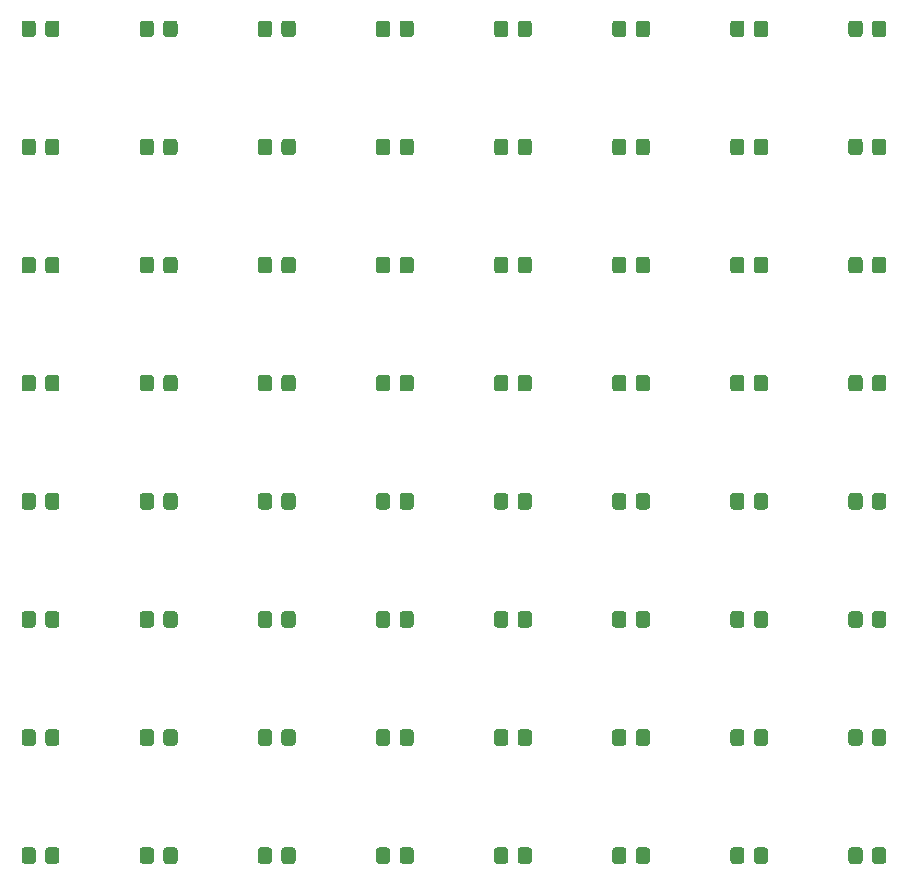
<source format=gbr>
%TF.GenerationSoftware,KiCad,Pcbnew,(5.1.9-0-10_14)*%
%TF.CreationDate,2022-01-06T22:40:05+01:00*%
%TF.ProjectId,8x8_supercomputer,3878385f-7375-4706-9572-636f6d707574,rev?*%
%TF.SameCoordinates,Original*%
%TF.FileFunction,Paste,Bot*%
%TF.FilePolarity,Positive*%
%FSLAX46Y46*%
G04 Gerber Fmt 4.6, Leading zero omitted, Abs format (unit mm)*
G04 Created by KiCad (PCBNEW (5.1.9-0-10_14)) date 2022-01-06 22:40:05*
%MOMM*%
%LPD*%
G01*
G04 APERTURE LIST*
G04 APERTURE END LIST*
%TO.C,R1*%
G36*
G01*
X75400000Y-78450001D02*
X75400000Y-77549999D01*
G75*
G02*
X75649999Y-77300000I249999J0D01*
G01*
X76350001Y-77300000D01*
G75*
G02*
X76600000Y-77549999I0J-249999D01*
G01*
X76600000Y-78450001D01*
G75*
G02*
X76350001Y-78700000I-249999J0D01*
G01*
X75649999Y-78700000D01*
G75*
G02*
X75400000Y-78450001I0J249999D01*
G01*
G37*
G36*
G01*
X73400000Y-78450001D02*
X73400000Y-77549999D01*
G75*
G02*
X73649999Y-77300000I249999J0D01*
G01*
X74350001Y-77300000D01*
G75*
G02*
X74600000Y-77549999I0J-249999D01*
G01*
X74600000Y-78450001D01*
G75*
G02*
X74350001Y-78700000I-249999J0D01*
G01*
X73649999Y-78700000D01*
G75*
G02*
X73400000Y-78450001I0J249999D01*
G01*
G37*
%TD*%
%TO.C,R1*%
G36*
G01*
X65400000Y-78450001D02*
X65400000Y-77549999D01*
G75*
G02*
X65649999Y-77300000I249999J0D01*
G01*
X66350001Y-77300000D01*
G75*
G02*
X66600000Y-77549999I0J-249999D01*
G01*
X66600000Y-78450001D01*
G75*
G02*
X66350001Y-78700000I-249999J0D01*
G01*
X65649999Y-78700000D01*
G75*
G02*
X65400000Y-78450001I0J249999D01*
G01*
G37*
G36*
G01*
X63400000Y-78450001D02*
X63400000Y-77549999D01*
G75*
G02*
X63649999Y-77300000I249999J0D01*
G01*
X64350001Y-77300000D01*
G75*
G02*
X64600000Y-77549999I0J-249999D01*
G01*
X64600000Y-78450001D01*
G75*
G02*
X64350001Y-78700000I-249999J0D01*
G01*
X63649999Y-78700000D01*
G75*
G02*
X63400000Y-78450001I0J249999D01*
G01*
G37*
%TD*%
%TO.C,R1*%
G36*
G01*
X55400000Y-78450001D02*
X55400000Y-77549999D01*
G75*
G02*
X55649999Y-77300000I249999J0D01*
G01*
X56350001Y-77300000D01*
G75*
G02*
X56600000Y-77549999I0J-249999D01*
G01*
X56600000Y-78450001D01*
G75*
G02*
X56350001Y-78700000I-249999J0D01*
G01*
X55649999Y-78700000D01*
G75*
G02*
X55400000Y-78450001I0J249999D01*
G01*
G37*
G36*
G01*
X53400000Y-78450001D02*
X53400000Y-77549999D01*
G75*
G02*
X53649999Y-77300000I249999J0D01*
G01*
X54350001Y-77300000D01*
G75*
G02*
X54600000Y-77549999I0J-249999D01*
G01*
X54600000Y-78450001D01*
G75*
G02*
X54350001Y-78700000I-249999J0D01*
G01*
X53649999Y-78700000D01*
G75*
G02*
X53400000Y-78450001I0J249999D01*
G01*
G37*
%TD*%
%TO.C,R1*%
G36*
G01*
X45400000Y-78450001D02*
X45400000Y-77549999D01*
G75*
G02*
X45649999Y-77300000I249999J0D01*
G01*
X46350001Y-77300000D01*
G75*
G02*
X46600000Y-77549999I0J-249999D01*
G01*
X46600000Y-78450001D01*
G75*
G02*
X46350001Y-78700000I-249999J0D01*
G01*
X45649999Y-78700000D01*
G75*
G02*
X45400000Y-78450001I0J249999D01*
G01*
G37*
G36*
G01*
X43400000Y-78450001D02*
X43400000Y-77549999D01*
G75*
G02*
X43649999Y-77300000I249999J0D01*
G01*
X44350001Y-77300000D01*
G75*
G02*
X44600000Y-77549999I0J-249999D01*
G01*
X44600000Y-78450001D01*
G75*
G02*
X44350001Y-78700000I-249999J0D01*
G01*
X43649999Y-78700000D01*
G75*
G02*
X43400000Y-78450001I0J249999D01*
G01*
G37*
%TD*%
%TO.C,R1*%
G36*
G01*
X35400000Y-78450001D02*
X35400000Y-77549999D01*
G75*
G02*
X35649999Y-77300000I249999J0D01*
G01*
X36350001Y-77300000D01*
G75*
G02*
X36600000Y-77549999I0J-249999D01*
G01*
X36600000Y-78450001D01*
G75*
G02*
X36350001Y-78700000I-249999J0D01*
G01*
X35649999Y-78700000D01*
G75*
G02*
X35400000Y-78450001I0J249999D01*
G01*
G37*
G36*
G01*
X33400000Y-78450001D02*
X33400000Y-77549999D01*
G75*
G02*
X33649999Y-77300000I249999J0D01*
G01*
X34350001Y-77300000D01*
G75*
G02*
X34600000Y-77549999I0J-249999D01*
G01*
X34600000Y-78450001D01*
G75*
G02*
X34350001Y-78700000I-249999J0D01*
G01*
X33649999Y-78700000D01*
G75*
G02*
X33400000Y-78450001I0J249999D01*
G01*
G37*
%TD*%
%TO.C,R1*%
G36*
G01*
X25400000Y-78450001D02*
X25400000Y-77549999D01*
G75*
G02*
X25649999Y-77300000I249999J0D01*
G01*
X26350001Y-77300000D01*
G75*
G02*
X26600000Y-77549999I0J-249999D01*
G01*
X26600000Y-78450001D01*
G75*
G02*
X26350001Y-78700000I-249999J0D01*
G01*
X25649999Y-78700000D01*
G75*
G02*
X25400000Y-78450001I0J249999D01*
G01*
G37*
G36*
G01*
X23400000Y-78450001D02*
X23400000Y-77549999D01*
G75*
G02*
X23649999Y-77300000I249999J0D01*
G01*
X24350001Y-77300000D01*
G75*
G02*
X24600000Y-77549999I0J-249999D01*
G01*
X24600000Y-78450001D01*
G75*
G02*
X24350001Y-78700000I-249999J0D01*
G01*
X23649999Y-78700000D01*
G75*
G02*
X23400000Y-78450001I0J249999D01*
G01*
G37*
%TD*%
%TO.C,R1*%
G36*
G01*
X15400000Y-78450001D02*
X15400000Y-77549999D01*
G75*
G02*
X15649999Y-77300000I249999J0D01*
G01*
X16350001Y-77300000D01*
G75*
G02*
X16600000Y-77549999I0J-249999D01*
G01*
X16600000Y-78450001D01*
G75*
G02*
X16350001Y-78700000I-249999J0D01*
G01*
X15649999Y-78700000D01*
G75*
G02*
X15400000Y-78450001I0J249999D01*
G01*
G37*
G36*
G01*
X13400000Y-78450001D02*
X13400000Y-77549999D01*
G75*
G02*
X13649999Y-77300000I249999J0D01*
G01*
X14350001Y-77300000D01*
G75*
G02*
X14600000Y-77549999I0J-249999D01*
G01*
X14600000Y-78450001D01*
G75*
G02*
X14350001Y-78700000I-249999J0D01*
G01*
X13649999Y-78700000D01*
G75*
G02*
X13400000Y-78450001I0J249999D01*
G01*
G37*
%TD*%
%TO.C,R1*%
G36*
G01*
X5400000Y-78450001D02*
X5400000Y-77549999D01*
G75*
G02*
X5649999Y-77300000I249999J0D01*
G01*
X6350001Y-77300000D01*
G75*
G02*
X6600000Y-77549999I0J-249999D01*
G01*
X6600000Y-78450001D01*
G75*
G02*
X6350001Y-78700000I-249999J0D01*
G01*
X5649999Y-78700000D01*
G75*
G02*
X5400000Y-78450001I0J249999D01*
G01*
G37*
G36*
G01*
X3400000Y-78450001D02*
X3400000Y-77549999D01*
G75*
G02*
X3649999Y-77300000I249999J0D01*
G01*
X4350001Y-77300000D01*
G75*
G02*
X4600000Y-77549999I0J-249999D01*
G01*
X4600000Y-78450001D01*
G75*
G02*
X4350001Y-78700000I-249999J0D01*
G01*
X3649999Y-78700000D01*
G75*
G02*
X3400000Y-78450001I0J249999D01*
G01*
G37*
%TD*%
%TO.C,R1*%
G36*
G01*
X75400000Y-68450001D02*
X75400000Y-67549999D01*
G75*
G02*
X75649999Y-67300000I249999J0D01*
G01*
X76350001Y-67300000D01*
G75*
G02*
X76600000Y-67549999I0J-249999D01*
G01*
X76600000Y-68450001D01*
G75*
G02*
X76350001Y-68700000I-249999J0D01*
G01*
X75649999Y-68700000D01*
G75*
G02*
X75400000Y-68450001I0J249999D01*
G01*
G37*
G36*
G01*
X73400000Y-68450001D02*
X73400000Y-67549999D01*
G75*
G02*
X73649999Y-67300000I249999J0D01*
G01*
X74350001Y-67300000D01*
G75*
G02*
X74600000Y-67549999I0J-249999D01*
G01*
X74600000Y-68450001D01*
G75*
G02*
X74350001Y-68700000I-249999J0D01*
G01*
X73649999Y-68700000D01*
G75*
G02*
X73400000Y-68450001I0J249999D01*
G01*
G37*
%TD*%
%TO.C,R1*%
G36*
G01*
X65400000Y-68450001D02*
X65400000Y-67549999D01*
G75*
G02*
X65649999Y-67300000I249999J0D01*
G01*
X66350001Y-67300000D01*
G75*
G02*
X66600000Y-67549999I0J-249999D01*
G01*
X66600000Y-68450001D01*
G75*
G02*
X66350001Y-68700000I-249999J0D01*
G01*
X65649999Y-68700000D01*
G75*
G02*
X65400000Y-68450001I0J249999D01*
G01*
G37*
G36*
G01*
X63400000Y-68450001D02*
X63400000Y-67549999D01*
G75*
G02*
X63649999Y-67300000I249999J0D01*
G01*
X64350001Y-67300000D01*
G75*
G02*
X64600000Y-67549999I0J-249999D01*
G01*
X64600000Y-68450001D01*
G75*
G02*
X64350001Y-68700000I-249999J0D01*
G01*
X63649999Y-68700000D01*
G75*
G02*
X63400000Y-68450001I0J249999D01*
G01*
G37*
%TD*%
%TO.C,R1*%
G36*
G01*
X55400000Y-68450001D02*
X55400000Y-67549999D01*
G75*
G02*
X55649999Y-67300000I249999J0D01*
G01*
X56350001Y-67300000D01*
G75*
G02*
X56600000Y-67549999I0J-249999D01*
G01*
X56600000Y-68450001D01*
G75*
G02*
X56350001Y-68700000I-249999J0D01*
G01*
X55649999Y-68700000D01*
G75*
G02*
X55400000Y-68450001I0J249999D01*
G01*
G37*
G36*
G01*
X53400000Y-68450001D02*
X53400000Y-67549999D01*
G75*
G02*
X53649999Y-67300000I249999J0D01*
G01*
X54350001Y-67300000D01*
G75*
G02*
X54600000Y-67549999I0J-249999D01*
G01*
X54600000Y-68450001D01*
G75*
G02*
X54350001Y-68700000I-249999J0D01*
G01*
X53649999Y-68700000D01*
G75*
G02*
X53400000Y-68450001I0J249999D01*
G01*
G37*
%TD*%
%TO.C,R1*%
G36*
G01*
X45400000Y-68450001D02*
X45400000Y-67549999D01*
G75*
G02*
X45649999Y-67300000I249999J0D01*
G01*
X46350001Y-67300000D01*
G75*
G02*
X46600000Y-67549999I0J-249999D01*
G01*
X46600000Y-68450001D01*
G75*
G02*
X46350001Y-68700000I-249999J0D01*
G01*
X45649999Y-68700000D01*
G75*
G02*
X45400000Y-68450001I0J249999D01*
G01*
G37*
G36*
G01*
X43400000Y-68450001D02*
X43400000Y-67549999D01*
G75*
G02*
X43649999Y-67300000I249999J0D01*
G01*
X44350001Y-67300000D01*
G75*
G02*
X44600000Y-67549999I0J-249999D01*
G01*
X44600000Y-68450001D01*
G75*
G02*
X44350001Y-68700000I-249999J0D01*
G01*
X43649999Y-68700000D01*
G75*
G02*
X43400000Y-68450001I0J249999D01*
G01*
G37*
%TD*%
%TO.C,R1*%
G36*
G01*
X35400000Y-68450001D02*
X35400000Y-67549999D01*
G75*
G02*
X35649999Y-67300000I249999J0D01*
G01*
X36350001Y-67300000D01*
G75*
G02*
X36600000Y-67549999I0J-249999D01*
G01*
X36600000Y-68450001D01*
G75*
G02*
X36350001Y-68700000I-249999J0D01*
G01*
X35649999Y-68700000D01*
G75*
G02*
X35400000Y-68450001I0J249999D01*
G01*
G37*
G36*
G01*
X33400000Y-68450001D02*
X33400000Y-67549999D01*
G75*
G02*
X33649999Y-67300000I249999J0D01*
G01*
X34350001Y-67300000D01*
G75*
G02*
X34600000Y-67549999I0J-249999D01*
G01*
X34600000Y-68450001D01*
G75*
G02*
X34350001Y-68700000I-249999J0D01*
G01*
X33649999Y-68700000D01*
G75*
G02*
X33400000Y-68450001I0J249999D01*
G01*
G37*
%TD*%
%TO.C,R1*%
G36*
G01*
X25400000Y-68450001D02*
X25400000Y-67549999D01*
G75*
G02*
X25649999Y-67300000I249999J0D01*
G01*
X26350001Y-67300000D01*
G75*
G02*
X26600000Y-67549999I0J-249999D01*
G01*
X26600000Y-68450001D01*
G75*
G02*
X26350001Y-68700000I-249999J0D01*
G01*
X25649999Y-68700000D01*
G75*
G02*
X25400000Y-68450001I0J249999D01*
G01*
G37*
G36*
G01*
X23400000Y-68450001D02*
X23400000Y-67549999D01*
G75*
G02*
X23649999Y-67300000I249999J0D01*
G01*
X24350001Y-67300000D01*
G75*
G02*
X24600000Y-67549999I0J-249999D01*
G01*
X24600000Y-68450001D01*
G75*
G02*
X24350001Y-68700000I-249999J0D01*
G01*
X23649999Y-68700000D01*
G75*
G02*
X23400000Y-68450001I0J249999D01*
G01*
G37*
%TD*%
%TO.C,R1*%
G36*
G01*
X15400000Y-68450001D02*
X15400000Y-67549999D01*
G75*
G02*
X15649999Y-67300000I249999J0D01*
G01*
X16350001Y-67300000D01*
G75*
G02*
X16600000Y-67549999I0J-249999D01*
G01*
X16600000Y-68450001D01*
G75*
G02*
X16350001Y-68700000I-249999J0D01*
G01*
X15649999Y-68700000D01*
G75*
G02*
X15400000Y-68450001I0J249999D01*
G01*
G37*
G36*
G01*
X13400000Y-68450001D02*
X13400000Y-67549999D01*
G75*
G02*
X13649999Y-67300000I249999J0D01*
G01*
X14350001Y-67300000D01*
G75*
G02*
X14600000Y-67549999I0J-249999D01*
G01*
X14600000Y-68450001D01*
G75*
G02*
X14350001Y-68700000I-249999J0D01*
G01*
X13649999Y-68700000D01*
G75*
G02*
X13400000Y-68450001I0J249999D01*
G01*
G37*
%TD*%
%TO.C,R1*%
G36*
G01*
X5400000Y-68450001D02*
X5400000Y-67549999D01*
G75*
G02*
X5649999Y-67300000I249999J0D01*
G01*
X6350001Y-67300000D01*
G75*
G02*
X6600000Y-67549999I0J-249999D01*
G01*
X6600000Y-68450001D01*
G75*
G02*
X6350001Y-68700000I-249999J0D01*
G01*
X5649999Y-68700000D01*
G75*
G02*
X5400000Y-68450001I0J249999D01*
G01*
G37*
G36*
G01*
X3400000Y-68450001D02*
X3400000Y-67549999D01*
G75*
G02*
X3649999Y-67300000I249999J0D01*
G01*
X4350001Y-67300000D01*
G75*
G02*
X4600000Y-67549999I0J-249999D01*
G01*
X4600000Y-68450001D01*
G75*
G02*
X4350001Y-68700000I-249999J0D01*
G01*
X3649999Y-68700000D01*
G75*
G02*
X3400000Y-68450001I0J249999D01*
G01*
G37*
%TD*%
%TO.C,R1*%
G36*
G01*
X75400000Y-58450001D02*
X75400000Y-57549999D01*
G75*
G02*
X75649999Y-57300000I249999J0D01*
G01*
X76350001Y-57300000D01*
G75*
G02*
X76600000Y-57549999I0J-249999D01*
G01*
X76600000Y-58450001D01*
G75*
G02*
X76350001Y-58700000I-249999J0D01*
G01*
X75649999Y-58700000D01*
G75*
G02*
X75400000Y-58450001I0J249999D01*
G01*
G37*
G36*
G01*
X73400000Y-58450001D02*
X73400000Y-57549999D01*
G75*
G02*
X73649999Y-57300000I249999J0D01*
G01*
X74350001Y-57300000D01*
G75*
G02*
X74600000Y-57549999I0J-249999D01*
G01*
X74600000Y-58450001D01*
G75*
G02*
X74350001Y-58700000I-249999J0D01*
G01*
X73649999Y-58700000D01*
G75*
G02*
X73400000Y-58450001I0J249999D01*
G01*
G37*
%TD*%
%TO.C,R1*%
G36*
G01*
X65400000Y-58450001D02*
X65400000Y-57549999D01*
G75*
G02*
X65649999Y-57300000I249999J0D01*
G01*
X66350001Y-57300000D01*
G75*
G02*
X66600000Y-57549999I0J-249999D01*
G01*
X66600000Y-58450001D01*
G75*
G02*
X66350001Y-58700000I-249999J0D01*
G01*
X65649999Y-58700000D01*
G75*
G02*
X65400000Y-58450001I0J249999D01*
G01*
G37*
G36*
G01*
X63400000Y-58450001D02*
X63400000Y-57549999D01*
G75*
G02*
X63649999Y-57300000I249999J0D01*
G01*
X64350001Y-57300000D01*
G75*
G02*
X64600000Y-57549999I0J-249999D01*
G01*
X64600000Y-58450001D01*
G75*
G02*
X64350001Y-58700000I-249999J0D01*
G01*
X63649999Y-58700000D01*
G75*
G02*
X63400000Y-58450001I0J249999D01*
G01*
G37*
%TD*%
%TO.C,R1*%
G36*
G01*
X55400000Y-58450001D02*
X55400000Y-57549999D01*
G75*
G02*
X55649999Y-57300000I249999J0D01*
G01*
X56350001Y-57300000D01*
G75*
G02*
X56600000Y-57549999I0J-249999D01*
G01*
X56600000Y-58450001D01*
G75*
G02*
X56350001Y-58700000I-249999J0D01*
G01*
X55649999Y-58700000D01*
G75*
G02*
X55400000Y-58450001I0J249999D01*
G01*
G37*
G36*
G01*
X53400000Y-58450001D02*
X53400000Y-57549999D01*
G75*
G02*
X53649999Y-57300000I249999J0D01*
G01*
X54350001Y-57300000D01*
G75*
G02*
X54600000Y-57549999I0J-249999D01*
G01*
X54600000Y-58450001D01*
G75*
G02*
X54350001Y-58700000I-249999J0D01*
G01*
X53649999Y-58700000D01*
G75*
G02*
X53400000Y-58450001I0J249999D01*
G01*
G37*
%TD*%
%TO.C,R1*%
G36*
G01*
X45400000Y-58450001D02*
X45400000Y-57549999D01*
G75*
G02*
X45649999Y-57300000I249999J0D01*
G01*
X46350001Y-57300000D01*
G75*
G02*
X46600000Y-57549999I0J-249999D01*
G01*
X46600000Y-58450001D01*
G75*
G02*
X46350001Y-58700000I-249999J0D01*
G01*
X45649999Y-58700000D01*
G75*
G02*
X45400000Y-58450001I0J249999D01*
G01*
G37*
G36*
G01*
X43400000Y-58450001D02*
X43400000Y-57549999D01*
G75*
G02*
X43649999Y-57300000I249999J0D01*
G01*
X44350001Y-57300000D01*
G75*
G02*
X44600000Y-57549999I0J-249999D01*
G01*
X44600000Y-58450001D01*
G75*
G02*
X44350001Y-58700000I-249999J0D01*
G01*
X43649999Y-58700000D01*
G75*
G02*
X43400000Y-58450001I0J249999D01*
G01*
G37*
%TD*%
%TO.C,R1*%
G36*
G01*
X35400000Y-58450001D02*
X35400000Y-57549999D01*
G75*
G02*
X35649999Y-57300000I249999J0D01*
G01*
X36350001Y-57300000D01*
G75*
G02*
X36600000Y-57549999I0J-249999D01*
G01*
X36600000Y-58450001D01*
G75*
G02*
X36350001Y-58700000I-249999J0D01*
G01*
X35649999Y-58700000D01*
G75*
G02*
X35400000Y-58450001I0J249999D01*
G01*
G37*
G36*
G01*
X33400000Y-58450001D02*
X33400000Y-57549999D01*
G75*
G02*
X33649999Y-57300000I249999J0D01*
G01*
X34350001Y-57300000D01*
G75*
G02*
X34600000Y-57549999I0J-249999D01*
G01*
X34600000Y-58450001D01*
G75*
G02*
X34350001Y-58700000I-249999J0D01*
G01*
X33649999Y-58700000D01*
G75*
G02*
X33400000Y-58450001I0J249999D01*
G01*
G37*
%TD*%
%TO.C,R1*%
G36*
G01*
X25400000Y-58450001D02*
X25400000Y-57549999D01*
G75*
G02*
X25649999Y-57300000I249999J0D01*
G01*
X26350001Y-57300000D01*
G75*
G02*
X26600000Y-57549999I0J-249999D01*
G01*
X26600000Y-58450001D01*
G75*
G02*
X26350001Y-58700000I-249999J0D01*
G01*
X25649999Y-58700000D01*
G75*
G02*
X25400000Y-58450001I0J249999D01*
G01*
G37*
G36*
G01*
X23400000Y-58450001D02*
X23400000Y-57549999D01*
G75*
G02*
X23649999Y-57300000I249999J0D01*
G01*
X24350001Y-57300000D01*
G75*
G02*
X24600000Y-57549999I0J-249999D01*
G01*
X24600000Y-58450001D01*
G75*
G02*
X24350001Y-58700000I-249999J0D01*
G01*
X23649999Y-58700000D01*
G75*
G02*
X23400000Y-58450001I0J249999D01*
G01*
G37*
%TD*%
%TO.C,R1*%
G36*
G01*
X15400000Y-58450001D02*
X15400000Y-57549999D01*
G75*
G02*
X15649999Y-57300000I249999J0D01*
G01*
X16350001Y-57300000D01*
G75*
G02*
X16600000Y-57549999I0J-249999D01*
G01*
X16600000Y-58450001D01*
G75*
G02*
X16350001Y-58700000I-249999J0D01*
G01*
X15649999Y-58700000D01*
G75*
G02*
X15400000Y-58450001I0J249999D01*
G01*
G37*
G36*
G01*
X13400000Y-58450001D02*
X13400000Y-57549999D01*
G75*
G02*
X13649999Y-57300000I249999J0D01*
G01*
X14350001Y-57300000D01*
G75*
G02*
X14600000Y-57549999I0J-249999D01*
G01*
X14600000Y-58450001D01*
G75*
G02*
X14350001Y-58700000I-249999J0D01*
G01*
X13649999Y-58700000D01*
G75*
G02*
X13400000Y-58450001I0J249999D01*
G01*
G37*
%TD*%
%TO.C,R1*%
G36*
G01*
X5400000Y-58450001D02*
X5400000Y-57549999D01*
G75*
G02*
X5649999Y-57300000I249999J0D01*
G01*
X6350001Y-57300000D01*
G75*
G02*
X6600000Y-57549999I0J-249999D01*
G01*
X6600000Y-58450001D01*
G75*
G02*
X6350001Y-58700000I-249999J0D01*
G01*
X5649999Y-58700000D01*
G75*
G02*
X5400000Y-58450001I0J249999D01*
G01*
G37*
G36*
G01*
X3400000Y-58450001D02*
X3400000Y-57549999D01*
G75*
G02*
X3649999Y-57300000I249999J0D01*
G01*
X4350001Y-57300000D01*
G75*
G02*
X4600000Y-57549999I0J-249999D01*
G01*
X4600000Y-58450001D01*
G75*
G02*
X4350001Y-58700000I-249999J0D01*
G01*
X3649999Y-58700000D01*
G75*
G02*
X3400000Y-58450001I0J249999D01*
G01*
G37*
%TD*%
%TO.C,R1*%
G36*
G01*
X75400000Y-48450001D02*
X75400000Y-47549999D01*
G75*
G02*
X75649999Y-47300000I249999J0D01*
G01*
X76350001Y-47300000D01*
G75*
G02*
X76600000Y-47549999I0J-249999D01*
G01*
X76600000Y-48450001D01*
G75*
G02*
X76350001Y-48700000I-249999J0D01*
G01*
X75649999Y-48700000D01*
G75*
G02*
X75400000Y-48450001I0J249999D01*
G01*
G37*
G36*
G01*
X73400000Y-48450001D02*
X73400000Y-47549999D01*
G75*
G02*
X73649999Y-47300000I249999J0D01*
G01*
X74350001Y-47300000D01*
G75*
G02*
X74600000Y-47549999I0J-249999D01*
G01*
X74600000Y-48450001D01*
G75*
G02*
X74350001Y-48700000I-249999J0D01*
G01*
X73649999Y-48700000D01*
G75*
G02*
X73400000Y-48450001I0J249999D01*
G01*
G37*
%TD*%
%TO.C,R1*%
G36*
G01*
X65400000Y-48450001D02*
X65400000Y-47549999D01*
G75*
G02*
X65649999Y-47300000I249999J0D01*
G01*
X66350001Y-47300000D01*
G75*
G02*
X66600000Y-47549999I0J-249999D01*
G01*
X66600000Y-48450001D01*
G75*
G02*
X66350001Y-48700000I-249999J0D01*
G01*
X65649999Y-48700000D01*
G75*
G02*
X65400000Y-48450001I0J249999D01*
G01*
G37*
G36*
G01*
X63400000Y-48450001D02*
X63400000Y-47549999D01*
G75*
G02*
X63649999Y-47300000I249999J0D01*
G01*
X64350001Y-47300000D01*
G75*
G02*
X64600000Y-47549999I0J-249999D01*
G01*
X64600000Y-48450001D01*
G75*
G02*
X64350001Y-48700000I-249999J0D01*
G01*
X63649999Y-48700000D01*
G75*
G02*
X63400000Y-48450001I0J249999D01*
G01*
G37*
%TD*%
%TO.C,R1*%
G36*
G01*
X55400000Y-48450001D02*
X55400000Y-47549999D01*
G75*
G02*
X55649999Y-47300000I249999J0D01*
G01*
X56350001Y-47300000D01*
G75*
G02*
X56600000Y-47549999I0J-249999D01*
G01*
X56600000Y-48450001D01*
G75*
G02*
X56350001Y-48700000I-249999J0D01*
G01*
X55649999Y-48700000D01*
G75*
G02*
X55400000Y-48450001I0J249999D01*
G01*
G37*
G36*
G01*
X53400000Y-48450001D02*
X53400000Y-47549999D01*
G75*
G02*
X53649999Y-47300000I249999J0D01*
G01*
X54350001Y-47300000D01*
G75*
G02*
X54600000Y-47549999I0J-249999D01*
G01*
X54600000Y-48450001D01*
G75*
G02*
X54350001Y-48700000I-249999J0D01*
G01*
X53649999Y-48700000D01*
G75*
G02*
X53400000Y-48450001I0J249999D01*
G01*
G37*
%TD*%
%TO.C,R1*%
G36*
G01*
X45400000Y-48450001D02*
X45400000Y-47549999D01*
G75*
G02*
X45649999Y-47300000I249999J0D01*
G01*
X46350001Y-47300000D01*
G75*
G02*
X46600000Y-47549999I0J-249999D01*
G01*
X46600000Y-48450001D01*
G75*
G02*
X46350001Y-48700000I-249999J0D01*
G01*
X45649999Y-48700000D01*
G75*
G02*
X45400000Y-48450001I0J249999D01*
G01*
G37*
G36*
G01*
X43400000Y-48450001D02*
X43400000Y-47549999D01*
G75*
G02*
X43649999Y-47300000I249999J0D01*
G01*
X44350001Y-47300000D01*
G75*
G02*
X44600000Y-47549999I0J-249999D01*
G01*
X44600000Y-48450001D01*
G75*
G02*
X44350001Y-48700000I-249999J0D01*
G01*
X43649999Y-48700000D01*
G75*
G02*
X43400000Y-48450001I0J249999D01*
G01*
G37*
%TD*%
%TO.C,R1*%
G36*
G01*
X35400000Y-48450001D02*
X35400000Y-47549999D01*
G75*
G02*
X35649999Y-47300000I249999J0D01*
G01*
X36350001Y-47300000D01*
G75*
G02*
X36600000Y-47549999I0J-249999D01*
G01*
X36600000Y-48450001D01*
G75*
G02*
X36350001Y-48700000I-249999J0D01*
G01*
X35649999Y-48700000D01*
G75*
G02*
X35400000Y-48450001I0J249999D01*
G01*
G37*
G36*
G01*
X33400000Y-48450001D02*
X33400000Y-47549999D01*
G75*
G02*
X33649999Y-47300000I249999J0D01*
G01*
X34350001Y-47300000D01*
G75*
G02*
X34600000Y-47549999I0J-249999D01*
G01*
X34600000Y-48450001D01*
G75*
G02*
X34350001Y-48700000I-249999J0D01*
G01*
X33649999Y-48700000D01*
G75*
G02*
X33400000Y-48450001I0J249999D01*
G01*
G37*
%TD*%
%TO.C,R1*%
G36*
G01*
X25400000Y-48450001D02*
X25400000Y-47549999D01*
G75*
G02*
X25649999Y-47300000I249999J0D01*
G01*
X26350001Y-47300000D01*
G75*
G02*
X26600000Y-47549999I0J-249999D01*
G01*
X26600000Y-48450001D01*
G75*
G02*
X26350001Y-48700000I-249999J0D01*
G01*
X25649999Y-48700000D01*
G75*
G02*
X25400000Y-48450001I0J249999D01*
G01*
G37*
G36*
G01*
X23400000Y-48450001D02*
X23400000Y-47549999D01*
G75*
G02*
X23649999Y-47300000I249999J0D01*
G01*
X24350001Y-47300000D01*
G75*
G02*
X24600000Y-47549999I0J-249999D01*
G01*
X24600000Y-48450001D01*
G75*
G02*
X24350001Y-48700000I-249999J0D01*
G01*
X23649999Y-48700000D01*
G75*
G02*
X23400000Y-48450001I0J249999D01*
G01*
G37*
%TD*%
%TO.C,R1*%
G36*
G01*
X15400000Y-48450001D02*
X15400000Y-47549999D01*
G75*
G02*
X15649999Y-47300000I249999J0D01*
G01*
X16350001Y-47300000D01*
G75*
G02*
X16600000Y-47549999I0J-249999D01*
G01*
X16600000Y-48450001D01*
G75*
G02*
X16350001Y-48700000I-249999J0D01*
G01*
X15649999Y-48700000D01*
G75*
G02*
X15400000Y-48450001I0J249999D01*
G01*
G37*
G36*
G01*
X13400000Y-48450001D02*
X13400000Y-47549999D01*
G75*
G02*
X13649999Y-47300000I249999J0D01*
G01*
X14350001Y-47300000D01*
G75*
G02*
X14600000Y-47549999I0J-249999D01*
G01*
X14600000Y-48450001D01*
G75*
G02*
X14350001Y-48700000I-249999J0D01*
G01*
X13649999Y-48700000D01*
G75*
G02*
X13400000Y-48450001I0J249999D01*
G01*
G37*
%TD*%
%TO.C,R1*%
G36*
G01*
X5400000Y-48450001D02*
X5400000Y-47549999D01*
G75*
G02*
X5649999Y-47300000I249999J0D01*
G01*
X6350001Y-47300000D01*
G75*
G02*
X6600000Y-47549999I0J-249999D01*
G01*
X6600000Y-48450001D01*
G75*
G02*
X6350001Y-48700000I-249999J0D01*
G01*
X5649999Y-48700000D01*
G75*
G02*
X5400000Y-48450001I0J249999D01*
G01*
G37*
G36*
G01*
X3400000Y-48450001D02*
X3400000Y-47549999D01*
G75*
G02*
X3649999Y-47300000I249999J0D01*
G01*
X4350001Y-47300000D01*
G75*
G02*
X4600000Y-47549999I0J-249999D01*
G01*
X4600000Y-48450001D01*
G75*
G02*
X4350001Y-48700000I-249999J0D01*
G01*
X3649999Y-48700000D01*
G75*
G02*
X3400000Y-48450001I0J249999D01*
G01*
G37*
%TD*%
%TO.C,R1*%
G36*
G01*
X75400000Y-38450001D02*
X75400000Y-37549999D01*
G75*
G02*
X75649999Y-37300000I249999J0D01*
G01*
X76350001Y-37300000D01*
G75*
G02*
X76600000Y-37549999I0J-249999D01*
G01*
X76600000Y-38450001D01*
G75*
G02*
X76350001Y-38700000I-249999J0D01*
G01*
X75649999Y-38700000D01*
G75*
G02*
X75400000Y-38450001I0J249999D01*
G01*
G37*
G36*
G01*
X73400000Y-38450001D02*
X73400000Y-37549999D01*
G75*
G02*
X73649999Y-37300000I249999J0D01*
G01*
X74350001Y-37300000D01*
G75*
G02*
X74600000Y-37549999I0J-249999D01*
G01*
X74600000Y-38450001D01*
G75*
G02*
X74350001Y-38700000I-249999J0D01*
G01*
X73649999Y-38700000D01*
G75*
G02*
X73400000Y-38450001I0J249999D01*
G01*
G37*
%TD*%
%TO.C,R1*%
G36*
G01*
X65400000Y-38450001D02*
X65400000Y-37549999D01*
G75*
G02*
X65649999Y-37300000I249999J0D01*
G01*
X66350001Y-37300000D01*
G75*
G02*
X66600000Y-37549999I0J-249999D01*
G01*
X66600000Y-38450001D01*
G75*
G02*
X66350001Y-38700000I-249999J0D01*
G01*
X65649999Y-38700000D01*
G75*
G02*
X65400000Y-38450001I0J249999D01*
G01*
G37*
G36*
G01*
X63400000Y-38450001D02*
X63400000Y-37549999D01*
G75*
G02*
X63649999Y-37300000I249999J0D01*
G01*
X64350001Y-37300000D01*
G75*
G02*
X64600000Y-37549999I0J-249999D01*
G01*
X64600000Y-38450001D01*
G75*
G02*
X64350001Y-38700000I-249999J0D01*
G01*
X63649999Y-38700000D01*
G75*
G02*
X63400000Y-38450001I0J249999D01*
G01*
G37*
%TD*%
%TO.C,R1*%
G36*
G01*
X55400000Y-38450001D02*
X55400000Y-37549999D01*
G75*
G02*
X55649999Y-37300000I249999J0D01*
G01*
X56350001Y-37300000D01*
G75*
G02*
X56600000Y-37549999I0J-249999D01*
G01*
X56600000Y-38450001D01*
G75*
G02*
X56350001Y-38700000I-249999J0D01*
G01*
X55649999Y-38700000D01*
G75*
G02*
X55400000Y-38450001I0J249999D01*
G01*
G37*
G36*
G01*
X53400000Y-38450001D02*
X53400000Y-37549999D01*
G75*
G02*
X53649999Y-37300000I249999J0D01*
G01*
X54350001Y-37300000D01*
G75*
G02*
X54600000Y-37549999I0J-249999D01*
G01*
X54600000Y-38450001D01*
G75*
G02*
X54350001Y-38700000I-249999J0D01*
G01*
X53649999Y-38700000D01*
G75*
G02*
X53400000Y-38450001I0J249999D01*
G01*
G37*
%TD*%
%TO.C,R1*%
G36*
G01*
X45400000Y-38450001D02*
X45400000Y-37549999D01*
G75*
G02*
X45649999Y-37300000I249999J0D01*
G01*
X46350001Y-37300000D01*
G75*
G02*
X46600000Y-37549999I0J-249999D01*
G01*
X46600000Y-38450001D01*
G75*
G02*
X46350001Y-38700000I-249999J0D01*
G01*
X45649999Y-38700000D01*
G75*
G02*
X45400000Y-38450001I0J249999D01*
G01*
G37*
G36*
G01*
X43400000Y-38450001D02*
X43400000Y-37549999D01*
G75*
G02*
X43649999Y-37300000I249999J0D01*
G01*
X44350001Y-37300000D01*
G75*
G02*
X44600000Y-37549999I0J-249999D01*
G01*
X44600000Y-38450001D01*
G75*
G02*
X44350001Y-38700000I-249999J0D01*
G01*
X43649999Y-38700000D01*
G75*
G02*
X43400000Y-38450001I0J249999D01*
G01*
G37*
%TD*%
%TO.C,R1*%
G36*
G01*
X35400000Y-38450001D02*
X35400000Y-37549999D01*
G75*
G02*
X35649999Y-37300000I249999J0D01*
G01*
X36350001Y-37300000D01*
G75*
G02*
X36600000Y-37549999I0J-249999D01*
G01*
X36600000Y-38450001D01*
G75*
G02*
X36350001Y-38700000I-249999J0D01*
G01*
X35649999Y-38700000D01*
G75*
G02*
X35400000Y-38450001I0J249999D01*
G01*
G37*
G36*
G01*
X33400000Y-38450001D02*
X33400000Y-37549999D01*
G75*
G02*
X33649999Y-37300000I249999J0D01*
G01*
X34350001Y-37300000D01*
G75*
G02*
X34600000Y-37549999I0J-249999D01*
G01*
X34600000Y-38450001D01*
G75*
G02*
X34350001Y-38700000I-249999J0D01*
G01*
X33649999Y-38700000D01*
G75*
G02*
X33400000Y-38450001I0J249999D01*
G01*
G37*
%TD*%
%TO.C,R1*%
G36*
G01*
X25400000Y-38450001D02*
X25400000Y-37549999D01*
G75*
G02*
X25649999Y-37300000I249999J0D01*
G01*
X26350001Y-37300000D01*
G75*
G02*
X26600000Y-37549999I0J-249999D01*
G01*
X26600000Y-38450001D01*
G75*
G02*
X26350001Y-38700000I-249999J0D01*
G01*
X25649999Y-38700000D01*
G75*
G02*
X25400000Y-38450001I0J249999D01*
G01*
G37*
G36*
G01*
X23400000Y-38450001D02*
X23400000Y-37549999D01*
G75*
G02*
X23649999Y-37300000I249999J0D01*
G01*
X24350001Y-37300000D01*
G75*
G02*
X24600000Y-37549999I0J-249999D01*
G01*
X24600000Y-38450001D01*
G75*
G02*
X24350001Y-38700000I-249999J0D01*
G01*
X23649999Y-38700000D01*
G75*
G02*
X23400000Y-38450001I0J249999D01*
G01*
G37*
%TD*%
%TO.C,R1*%
G36*
G01*
X15400000Y-38450001D02*
X15400000Y-37549999D01*
G75*
G02*
X15649999Y-37300000I249999J0D01*
G01*
X16350001Y-37300000D01*
G75*
G02*
X16600000Y-37549999I0J-249999D01*
G01*
X16600000Y-38450001D01*
G75*
G02*
X16350001Y-38700000I-249999J0D01*
G01*
X15649999Y-38700000D01*
G75*
G02*
X15400000Y-38450001I0J249999D01*
G01*
G37*
G36*
G01*
X13400000Y-38450001D02*
X13400000Y-37549999D01*
G75*
G02*
X13649999Y-37300000I249999J0D01*
G01*
X14350001Y-37300000D01*
G75*
G02*
X14600000Y-37549999I0J-249999D01*
G01*
X14600000Y-38450001D01*
G75*
G02*
X14350001Y-38700000I-249999J0D01*
G01*
X13649999Y-38700000D01*
G75*
G02*
X13400000Y-38450001I0J249999D01*
G01*
G37*
%TD*%
%TO.C,R1*%
G36*
G01*
X5400000Y-38450001D02*
X5400000Y-37549999D01*
G75*
G02*
X5649999Y-37300000I249999J0D01*
G01*
X6350001Y-37300000D01*
G75*
G02*
X6600000Y-37549999I0J-249999D01*
G01*
X6600000Y-38450001D01*
G75*
G02*
X6350001Y-38700000I-249999J0D01*
G01*
X5649999Y-38700000D01*
G75*
G02*
X5400000Y-38450001I0J249999D01*
G01*
G37*
G36*
G01*
X3400000Y-38450001D02*
X3400000Y-37549999D01*
G75*
G02*
X3649999Y-37300000I249999J0D01*
G01*
X4350001Y-37300000D01*
G75*
G02*
X4600000Y-37549999I0J-249999D01*
G01*
X4600000Y-38450001D01*
G75*
G02*
X4350001Y-38700000I-249999J0D01*
G01*
X3649999Y-38700000D01*
G75*
G02*
X3400000Y-38450001I0J249999D01*
G01*
G37*
%TD*%
%TO.C,R1*%
G36*
G01*
X75400000Y-28450001D02*
X75400000Y-27549999D01*
G75*
G02*
X75649999Y-27300000I249999J0D01*
G01*
X76350001Y-27300000D01*
G75*
G02*
X76600000Y-27549999I0J-249999D01*
G01*
X76600000Y-28450001D01*
G75*
G02*
X76350001Y-28700000I-249999J0D01*
G01*
X75649999Y-28700000D01*
G75*
G02*
X75400000Y-28450001I0J249999D01*
G01*
G37*
G36*
G01*
X73400000Y-28450001D02*
X73400000Y-27549999D01*
G75*
G02*
X73649999Y-27300000I249999J0D01*
G01*
X74350001Y-27300000D01*
G75*
G02*
X74600000Y-27549999I0J-249999D01*
G01*
X74600000Y-28450001D01*
G75*
G02*
X74350001Y-28700000I-249999J0D01*
G01*
X73649999Y-28700000D01*
G75*
G02*
X73400000Y-28450001I0J249999D01*
G01*
G37*
%TD*%
%TO.C,R1*%
G36*
G01*
X65400000Y-28450001D02*
X65400000Y-27549999D01*
G75*
G02*
X65649999Y-27300000I249999J0D01*
G01*
X66350001Y-27300000D01*
G75*
G02*
X66600000Y-27549999I0J-249999D01*
G01*
X66600000Y-28450001D01*
G75*
G02*
X66350001Y-28700000I-249999J0D01*
G01*
X65649999Y-28700000D01*
G75*
G02*
X65400000Y-28450001I0J249999D01*
G01*
G37*
G36*
G01*
X63400000Y-28450001D02*
X63400000Y-27549999D01*
G75*
G02*
X63649999Y-27300000I249999J0D01*
G01*
X64350001Y-27300000D01*
G75*
G02*
X64600000Y-27549999I0J-249999D01*
G01*
X64600000Y-28450001D01*
G75*
G02*
X64350001Y-28700000I-249999J0D01*
G01*
X63649999Y-28700000D01*
G75*
G02*
X63400000Y-28450001I0J249999D01*
G01*
G37*
%TD*%
%TO.C,R1*%
G36*
G01*
X55400000Y-28450001D02*
X55400000Y-27549999D01*
G75*
G02*
X55649999Y-27300000I249999J0D01*
G01*
X56350001Y-27300000D01*
G75*
G02*
X56600000Y-27549999I0J-249999D01*
G01*
X56600000Y-28450001D01*
G75*
G02*
X56350001Y-28700000I-249999J0D01*
G01*
X55649999Y-28700000D01*
G75*
G02*
X55400000Y-28450001I0J249999D01*
G01*
G37*
G36*
G01*
X53400000Y-28450001D02*
X53400000Y-27549999D01*
G75*
G02*
X53649999Y-27300000I249999J0D01*
G01*
X54350001Y-27300000D01*
G75*
G02*
X54600000Y-27549999I0J-249999D01*
G01*
X54600000Y-28450001D01*
G75*
G02*
X54350001Y-28700000I-249999J0D01*
G01*
X53649999Y-28700000D01*
G75*
G02*
X53400000Y-28450001I0J249999D01*
G01*
G37*
%TD*%
%TO.C,R1*%
G36*
G01*
X45400000Y-28450001D02*
X45400000Y-27549999D01*
G75*
G02*
X45649999Y-27300000I249999J0D01*
G01*
X46350001Y-27300000D01*
G75*
G02*
X46600000Y-27549999I0J-249999D01*
G01*
X46600000Y-28450001D01*
G75*
G02*
X46350001Y-28700000I-249999J0D01*
G01*
X45649999Y-28700000D01*
G75*
G02*
X45400000Y-28450001I0J249999D01*
G01*
G37*
G36*
G01*
X43400000Y-28450001D02*
X43400000Y-27549999D01*
G75*
G02*
X43649999Y-27300000I249999J0D01*
G01*
X44350001Y-27300000D01*
G75*
G02*
X44600000Y-27549999I0J-249999D01*
G01*
X44600000Y-28450001D01*
G75*
G02*
X44350001Y-28700000I-249999J0D01*
G01*
X43649999Y-28700000D01*
G75*
G02*
X43400000Y-28450001I0J249999D01*
G01*
G37*
%TD*%
%TO.C,R1*%
G36*
G01*
X35400000Y-28450001D02*
X35400000Y-27549999D01*
G75*
G02*
X35649999Y-27300000I249999J0D01*
G01*
X36350001Y-27300000D01*
G75*
G02*
X36600000Y-27549999I0J-249999D01*
G01*
X36600000Y-28450001D01*
G75*
G02*
X36350001Y-28700000I-249999J0D01*
G01*
X35649999Y-28700000D01*
G75*
G02*
X35400000Y-28450001I0J249999D01*
G01*
G37*
G36*
G01*
X33400000Y-28450001D02*
X33400000Y-27549999D01*
G75*
G02*
X33649999Y-27300000I249999J0D01*
G01*
X34350001Y-27300000D01*
G75*
G02*
X34600000Y-27549999I0J-249999D01*
G01*
X34600000Y-28450001D01*
G75*
G02*
X34350001Y-28700000I-249999J0D01*
G01*
X33649999Y-28700000D01*
G75*
G02*
X33400000Y-28450001I0J249999D01*
G01*
G37*
%TD*%
%TO.C,R1*%
G36*
G01*
X25400000Y-28450001D02*
X25400000Y-27549999D01*
G75*
G02*
X25649999Y-27300000I249999J0D01*
G01*
X26350001Y-27300000D01*
G75*
G02*
X26600000Y-27549999I0J-249999D01*
G01*
X26600000Y-28450001D01*
G75*
G02*
X26350001Y-28700000I-249999J0D01*
G01*
X25649999Y-28700000D01*
G75*
G02*
X25400000Y-28450001I0J249999D01*
G01*
G37*
G36*
G01*
X23400000Y-28450001D02*
X23400000Y-27549999D01*
G75*
G02*
X23649999Y-27300000I249999J0D01*
G01*
X24350001Y-27300000D01*
G75*
G02*
X24600000Y-27549999I0J-249999D01*
G01*
X24600000Y-28450001D01*
G75*
G02*
X24350001Y-28700000I-249999J0D01*
G01*
X23649999Y-28700000D01*
G75*
G02*
X23400000Y-28450001I0J249999D01*
G01*
G37*
%TD*%
%TO.C,R1*%
G36*
G01*
X15400000Y-28450001D02*
X15400000Y-27549999D01*
G75*
G02*
X15649999Y-27300000I249999J0D01*
G01*
X16350001Y-27300000D01*
G75*
G02*
X16600000Y-27549999I0J-249999D01*
G01*
X16600000Y-28450001D01*
G75*
G02*
X16350001Y-28700000I-249999J0D01*
G01*
X15649999Y-28700000D01*
G75*
G02*
X15400000Y-28450001I0J249999D01*
G01*
G37*
G36*
G01*
X13400000Y-28450001D02*
X13400000Y-27549999D01*
G75*
G02*
X13649999Y-27300000I249999J0D01*
G01*
X14350001Y-27300000D01*
G75*
G02*
X14600000Y-27549999I0J-249999D01*
G01*
X14600000Y-28450001D01*
G75*
G02*
X14350001Y-28700000I-249999J0D01*
G01*
X13649999Y-28700000D01*
G75*
G02*
X13400000Y-28450001I0J249999D01*
G01*
G37*
%TD*%
%TO.C,R1*%
G36*
G01*
X5400000Y-28450001D02*
X5400000Y-27549999D01*
G75*
G02*
X5649999Y-27300000I249999J0D01*
G01*
X6350001Y-27300000D01*
G75*
G02*
X6600000Y-27549999I0J-249999D01*
G01*
X6600000Y-28450001D01*
G75*
G02*
X6350001Y-28700000I-249999J0D01*
G01*
X5649999Y-28700000D01*
G75*
G02*
X5400000Y-28450001I0J249999D01*
G01*
G37*
G36*
G01*
X3400000Y-28450001D02*
X3400000Y-27549999D01*
G75*
G02*
X3649999Y-27300000I249999J0D01*
G01*
X4350001Y-27300000D01*
G75*
G02*
X4600000Y-27549999I0J-249999D01*
G01*
X4600000Y-28450001D01*
G75*
G02*
X4350001Y-28700000I-249999J0D01*
G01*
X3649999Y-28700000D01*
G75*
G02*
X3400000Y-28450001I0J249999D01*
G01*
G37*
%TD*%
%TO.C,R1*%
G36*
G01*
X75400000Y-18450001D02*
X75400000Y-17549999D01*
G75*
G02*
X75649999Y-17300000I249999J0D01*
G01*
X76350001Y-17300000D01*
G75*
G02*
X76600000Y-17549999I0J-249999D01*
G01*
X76600000Y-18450001D01*
G75*
G02*
X76350001Y-18700000I-249999J0D01*
G01*
X75649999Y-18700000D01*
G75*
G02*
X75400000Y-18450001I0J249999D01*
G01*
G37*
G36*
G01*
X73400000Y-18450001D02*
X73400000Y-17549999D01*
G75*
G02*
X73649999Y-17300000I249999J0D01*
G01*
X74350001Y-17300000D01*
G75*
G02*
X74600000Y-17549999I0J-249999D01*
G01*
X74600000Y-18450001D01*
G75*
G02*
X74350001Y-18700000I-249999J0D01*
G01*
X73649999Y-18700000D01*
G75*
G02*
X73400000Y-18450001I0J249999D01*
G01*
G37*
%TD*%
%TO.C,R1*%
G36*
G01*
X65400000Y-18450001D02*
X65400000Y-17549999D01*
G75*
G02*
X65649999Y-17300000I249999J0D01*
G01*
X66350001Y-17300000D01*
G75*
G02*
X66600000Y-17549999I0J-249999D01*
G01*
X66600000Y-18450001D01*
G75*
G02*
X66350001Y-18700000I-249999J0D01*
G01*
X65649999Y-18700000D01*
G75*
G02*
X65400000Y-18450001I0J249999D01*
G01*
G37*
G36*
G01*
X63400000Y-18450001D02*
X63400000Y-17549999D01*
G75*
G02*
X63649999Y-17300000I249999J0D01*
G01*
X64350001Y-17300000D01*
G75*
G02*
X64600000Y-17549999I0J-249999D01*
G01*
X64600000Y-18450001D01*
G75*
G02*
X64350001Y-18700000I-249999J0D01*
G01*
X63649999Y-18700000D01*
G75*
G02*
X63400000Y-18450001I0J249999D01*
G01*
G37*
%TD*%
%TO.C,R1*%
G36*
G01*
X55400000Y-18450001D02*
X55400000Y-17549999D01*
G75*
G02*
X55649999Y-17300000I249999J0D01*
G01*
X56350001Y-17300000D01*
G75*
G02*
X56600000Y-17549999I0J-249999D01*
G01*
X56600000Y-18450001D01*
G75*
G02*
X56350001Y-18700000I-249999J0D01*
G01*
X55649999Y-18700000D01*
G75*
G02*
X55400000Y-18450001I0J249999D01*
G01*
G37*
G36*
G01*
X53400000Y-18450001D02*
X53400000Y-17549999D01*
G75*
G02*
X53649999Y-17300000I249999J0D01*
G01*
X54350001Y-17300000D01*
G75*
G02*
X54600000Y-17549999I0J-249999D01*
G01*
X54600000Y-18450001D01*
G75*
G02*
X54350001Y-18700000I-249999J0D01*
G01*
X53649999Y-18700000D01*
G75*
G02*
X53400000Y-18450001I0J249999D01*
G01*
G37*
%TD*%
%TO.C,R1*%
G36*
G01*
X45400000Y-18450001D02*
X45400000Y-17549999D01*
G75*
G02*
X45649999Y-17300000I249999J0D01*
G01*
X46350001Y-17300000D01*
G75*
G02*
X46600000Y-17549999I0J-249999D01*
G01*
X46600000Y-18450001D01*
G75*
G02*
X46350001Y-18700000I-249999J0D01*
G01*
X45649999Y-18700000D01*
G75*
G02*
X45400000Y-18450001I0J249999D01*
G01*
G37*
G36*
G01*
X43400000Y-18450001D02*
X43400000Y-17549999D01*
G75*
G02*
X43649999Y-17300000I249999J0D01*
G01*
X44350001Y-17300000D01*
G75*
G02*
X44600000Y-17549999I0J-249999D01*
G01*
X44600000Y-18450001D01*
G75*
G02*
X44350001Y-18700000I-249999J0D01*
G01*
X43649999Y-18700000D01*
G75*
G02*
X43400000Y-18450001I0J249999D01*
G01*
G37*
%TD*%
%TO.C,R1*%
G36*
G01*
X35400000Y-18450001D02*
X35400000Y-17549999D01*
G75*
G02*
X35649999Y-17300000I249999J0D01*
G01*
X36350001Y-17300000D01*
G75*
G02*
X36600000Y-17549999I0J-249999D01*
G01*
X36600000Y-18450001D01*
G75*
G02*
X36350001Y-18700000I-249999J0D01*
G01*
X35649999Y-18700000D01*
G75*
G02*
X35400000Y-18450001I0J249999D01*
G01*
G37*
G36*
G01*
X33400000Y-18450001D02*
X33400000Y-17549999D01*
G75*
G02*
X33649999Y-17300000I249999J0D01*
G01*
X34350001Y-17300000D01*
G75*
G02*
X34600000Y-17549999I0J-249999D01*
G01*
X34600000Y-18450001D01*
G75*
G02*
X34350001Y-18700000I-249999J0D01*
G01*
X33649999Y-18700000D01*
G75*
G02*
X33400000Y-18450001I0J249999D01*
G01*
G37*
%TD*%
%TO.C,R1*%
G36*
G01*
X25400000Y-18450001D02*
X25400000Y-17549999D01*
G75*
G02*
X25649999Y-17300000I249999J0D01*
G01*
X26350001Y-17300000D01*
G75*
G02*
X26600000Y-17549999I0J-249999D01*
G01*
X26600000Y-18450001D01*
G75*
G02*
X26350001Y-18700000I-249999J0D01*
G01*
X25649999Y-18700000D01*
G75*
G02*
X25400000Y-18450001I0J249999D01*
G01*
G37*
G36*
G01*
X23400000Y-18450001D02*
X23400000Y-17549999D01*
G75*
G02*
X23649999Y-17300000I249999J0D01*
G01*
X24350001Y-17300000D01*
G75*
G02*
X24600000Y-17549999I0J-249999D01*
G01*
X24600000Y-18450001D01*
G75*
G02*
X24350001Y-18700000I-249999J0D01*
G01*
X23649999Y-18700000D01*
G75*
G02*
X23400000Y-18450001I0J249999D01*
G01*
G37*
%TD*%
%TO.C,R1*%
G36*
G01*
X15400000Y-18450001D02*
X15400000Y-17549999D01*
G75*
G02*
X15649999Y-17300000I249999J0D01*
G01*
X16350001Y-17300000D01*
G75*
G02*
X16600000Y-17549999I0J-249999D01*
G01*
X16600000Y-18450001D01*
G75*
G02*
X16350001Y-18700000I-249999J0D01*
G01*
X15649999Y-18700000D01*
G75*
G02*
X15400000Y-18450001I0J249999D01*
G01*
G37*
G36*
G01*
X13400000Y-18450001D02*
X13400000Y-17549999D01*
G75*
G02*
X13649999Y-17300000I249999J0D01*
G01*
X14350001Y-17300000D01*
G75*
G02*
X14600000Y-17549999I0J-249999D01*
G01*
X14600000Y-18450001D01*
G75*
G02*
X14350001Y-18700000I-249999J0D01*
G01*
X13649999Y-18700000D01*
G75*
G02*
X13400000Y-18450001I0J249999D01*
G01*
G37*
%TD*%
%TO.C,R1*%
G36*
G01*
X5400000Y-18450001D02*
X5400000Y-17549999D01*
G75*
G02*
X5649999Y-17300000I249999J0D01*
G01*
X6350001Y-17300000D01*
G75*
G02*
X6600000Y-17549999I0J-249999D01*
G01*
X6600000Y-18450001D01*
G75*
G02*
X6350001Y-18700000I-249999J0D01*
G01*
X5649999Y-18700000D01*
G75*
G02*
X5400000Y-18450001I0J249999D01*
G01*
G37*
G36*
G01*
X3400000Y-18450001D02*
X3400000Y-17549999D01*
G75*
G02*
X3649999Y-17300000I249999J0D01*
G01*
X4350001Y-17300000D01*
G75*
G02*
X4600000Y-17549999I0J-249999D01*
G01*
X4600000Y-18450001D01*
G75*
G02*
X4350001Y-18700000I-249999J0D01*
G01*
X3649999Y-18700000D01*
G75*
G02*
X3400000Y-18450001I0J249999D01*
G01*
G37*
%TD*%
%TO.C,R1*%
G36*
G01*
X75400000Y-8450001D02*
X75400000Y-7549999D01*
G75*
G02*
X75649999Y-7300000I249999J0D01*
G01*
X76350001Y-7300000D01*
G75*
G02*
X76600000Y-7549999I0J-249999D01*
G01*
X76600000Y-8450001D01*
G75*
G02*
X76350001Y-8700000I-249999J0D01*
G01*
X75649999Y-8700000D01*
G75*
G02*
X75400000Y-8450001I0J249999D01*
G01*
G37*
G36*
G01*
X73400000Y-8450001D02*
X73400000Y-7549999D01*
G75*
G02*
X73649999Y-7300000I249999J0D01*
G01*
X74350001Y-7300000D01*
G75*
G02*
X74600000Y-7549999I0J-249999D01*
G01*
X74600000Y-8450001D01*
G75*
G02*
X74350001Y-8700000I-249999J0D01*
G01*
X73649999Y-8700000D01*
G75*
G02*
X73400000Y-8450001I0J249999D01*
G01*
G37*
%TD*%
%TO.C,R1*%
G36*
G01*
X65400000Y-8450001D02*
X65400000Y-7549999D01*
G75*
G02*
X65649999Y-7300000I249999J0D01*
G01*
X66350001Y-7300000D01*
G75*
G02*
X66600000Y-7549999I0J-249999D01*
G01*
X66600000Y-8450001D01*
G75*
G02*
X66350001Y-8700000I-249999J0D01*
G01*
X65649999Y-8700000D01*
G75*
G02*
X65400000Y-8450001I0J249999D01*
G01*
G37*
G36*
G01*
X63400000Y-8450001D02*
X63400000Y-7549999D01*
G75*
G02*
X63649999Y-7300000I249999J0D01*
G01*
X64350001Y-7300000D01*
G75*
G02*
X64600000Y-7549999I0J-249999D01*
G01*
X64600000Y-8450001D01*
G75*
G02*
X64350001Y-8700000I-249999J0D01*
G01*
X63649999Y-8700000D01*
G75*
G02*
X63400000Y-8450001I0J249999D01*
G01*
G37*
%TD*%
%TO.C,R1*%
G36*
G01*
X55400000Y-8450001D02*
X55400000Y-7549999D01*
G75*
G02*
X55649999Y-7300000I249999J0D01*
G01*
X56350001Y-7300000D01*
G75*
G02*
X56600000Y-7549999I0J-249999D01*
G01*
X56600000Y-8450001D01*
G75*
G02*
X56350001Y-8700000I-249999J0D01*
G01*
X55649999Y-8700000D01*
G75*
G02*
X55400000Y-8450001I0J249999D01*
G01*
G37*
G36*
G01*
X53400000Y-8450001D02*
X53400000Y-7549999D01*
G75*
G02*
X53649999Y-7300000I249999J0D01*
G01*
X54350001Y-7300000D01*
G75*
G02*
X54600000Y-7549999I0J-249999D01*
G01*
X54600000Y-8450001D01*
G75*
G02*
X54350001Y-8700000I-249999J0D01*
G01*
X53649999Y-8700000D01*
G75*
G02*
X53400000Y-8450001I0J249999D01*
G01*
G37*
%TD*%
%TO.C,R1*%
G36*
G01*
X45400000Y-8450001D02*
X45400000Y-7549999D01*
G75*
G02*
X45649999Y-7300000I249999J0D01*
G01*
X46350001Y-7300000D01*
G75*
G02*
X46600000Y-7549999I0J-249999D01*
G01*
X46600000Y-8450001D01*
G75*
G02*
X46350001Y-8700000I-249999J0D01*
G01*
X45649999Y-8700000D01*
G75*
G02*
X45400000Y-8450001I0J249999D01*
G01*
G37*
G36*
G01*
X43400000Y-8450001D02*
X43400000Y-7549999D01*
G75*
G02*
X43649999Y-7300000I249999J0D01*
G01*
X44350001Y-7300000D01*
G75*
G02*
X44600000Y-7549999I0J-249999D01*
G01*
X44600000Y-8450001D01*
G75*
G02*
X44350001Y-8700000I-249999J0D01*
G01*
X43649999Y-8700000D01*
G75*
G02*
X43400000Y-8450001I0J249999D01*
G01*
G37*
%TD*%
%TO.C,R1*%
G36*
G01*
X35400000Y-8450001D02*
X35400000Y-7549999D01*
G75*
G02*
X35649999Y-7300000I249999J0D01*
G01*
X36350001Y-7300000D01*
G75*
G02*
X36600000Y-7549999I0J-249999D01*
G01*
X36600000Y-8450001D01*
G75*
G02*
X36350001Y-8700000I-249999J0D01*
G01*
X35649999Y-8700000D01*
G75*
G02*
X35400000Y-8450001I0J249999D01*
G01*
G37*
G36*
G01*
X33400000Y-8450001D02*
X33400000Y-7549999D01*
G75*
G02*
X33649999Y-7300000I249999J0D01*
G01*
X34350001Y-7300000D01*
G75*
G02*
X34600000Y-7549999I0J-249999D01*
G01*
X34600000Y-8450001D01*
G75*
G02*
X34350001Y-8700000I-249999J0D01*
G01*
X33649999Y-8700000D01*
G75*
G02*
X33400000Y-8450001I0J249999D01*
G01*
G37*
%TD*%
%TO.C,R1*%
G36*
G01*
X25400000Y-8450001D02*
X25400000Y-7549999D01*
G75*
G02*
X25649999Y-7300000I249999J0D01*
G01*
X26350001Y-7300000D01*
G75*
G02*
X26600000Y-7549999I0J-249999D01*
G01*
X26600000Y-8450001D01*
G75*
G02*
X26350001Y-8700000I-249999J0D01*
G01*
X25649999Y-8700000D01*
G75*
G02*
X25400000Y-8450001I0J249999D01*
G01*
G37*
G36*
G01*
X23400000Y-8450001D02*
X23400000Y-7549999D01*
G75*
G02*
X23649999Y-7300000I249999J0D01*
G01*
X24350001Y-7300000D01*
G75*
G02*
X24600000Y-7549999I0J-249999D01*
G01*
X24600000Y-8450001D01*
G75*
G02*
X24350001Y-8700000I-249999J0D01*
G01*
X23649999Y-8700000D01*
G75*
G02*
X23400000Y-8450001I0J249999D01*
G01*
G37*
%TD*%
%TO.C,R1*%
G36*
G01*
X15400000Y-8450001D02*
X15400000Y-7549999D01*
G75*
G02*
X15649999Y-7300000I249999J0D01*
G01*
X16350001Y-7300000D01*
G75*
G02*
X16600000Y-7549999I0J-249999D01*
G01*
X16600000Y-8450001D01*
G75*
G02*
X16350001Y-8700000I-249999J0D01*
G01*
X15649999Y-8700000D01*
G75*
G02*
X15400000Y-8450001I0J249999D01*
G01*
G37*
G36*
G01*
X13400000Y-8450001D02*
X13400000Y-7549999D01*
G75*
G02*
X13649999Y-7300000I249999J0D01*
G01*
X14350001Y-7300000D01*
G75*
G02*
X14600000Y-7549999I0J-249999D01*
G01*
X14600000Y-8450001D01*
G75*
G02*
X14350001Y-8700000I-249999J0D01*
G01*
X13649999Y-8700000D01*
G75*
G02*
X13400000Y-8450001I0J249999D01*
G01*
G37*
%TD*%
%TO.C,R1*%
G36*
G01*
X5400000Y-8450001D02*
X5400000Y-7549999D01*
G75*
G02*
X5649999Y-7300000I249999J0D01*
G01*
X6350001Y-7300000D01*
G75*
G02*
X6600000Y-7549999I0J-249999D01*
G01*
X6600000Y-8450001D01*
G75*
G02*
X6350001Y-8700000I-249999J0D01*
G01*
X5649999Y-8700000D01*
G75*
G02*
X5400000Y-8450001I0J249999D01*
G01*
G37*
G36*
G01*
X3400000Y-8450001D02*
X3400000Y-7549999D01*
G75*
G02*
X3649999Y-7300000I249999J0D01*
G01*
X4350001Y-7300000D01*
G75*
G02*
X4600000Y-7549999I0J-249999D01*
G01*
X4600000Y-8450001D01*
G75*
G02*
X4350001Y-8700000I-249999J0D01*
G01*
X3649999Y-8700000D01*
G75*
G02*
X3400000Y-8450001I0J249999D01*
G01*
G37*
%TD*%
M02*

</source>
